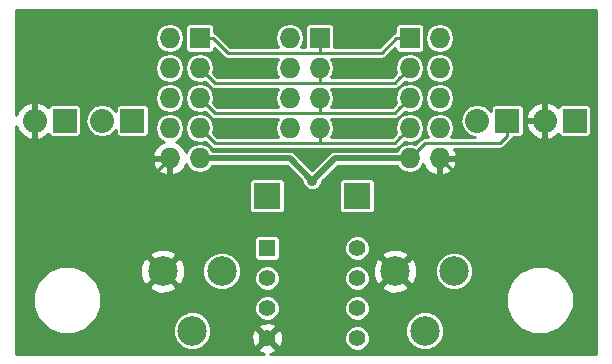
<source format=gbl>
%FSLAX46Y46*%
G04 Gerber Fmt 4.6, Leading zero omitted, Abs format (unit mm)*
G04 Created by KiCad (PCBNEW (2014-09-11 BZR 5128)-product) date do 25 sep 2014 05:14:31 CEST*
%MOMM*%
G01*
G04 APERTURE LIST*
%ADD10C,0.100000*%
%ADD11R,2.235200X2.235200*%
%ADD12R,1.397000X1.397000*%
%ADD13C,1.397000*%
%ADD14R,1.727200X1.727200*%
%ADD15O,1.727200X1.727200*%
%ADD16C,2.499360*%
%ADD17R,2.032000X2.032000*%
%ADD18O,2.032000X2.032000*%
%ADD19C,0.889000*%
%ADD20C,0.254000*%
%ADD21C,0.500000*%
G04 APERTURE END LIST*
D10*
D11*
X154305000Y-106680000D03*
D12*
X146685000Y-111125000D03*
D13*
X146685000Y-113665000D03*
X146685000Y-116205000D03*
X146685000Y-118745000D03*
X154305000Y-118745000D03*
X154305000Y-116205000D03*
X154305000Y-113665000D03*
X154305000Y-111125000D03*
D11*
X146685000Y-106680000D03*
D14*
X158750000Y-93345000D03*
D15*
X161290000Y-93345000D03*
X158750000Y-95885000D03*
X161290000Y-95885000D03*
X158750000Y-98425000D03*
X161290000Y-98425000D03*
X158750000Y-100965000D03*
X161290000Y-100965000D03*
X158750000Y-103505000D03*
X161290000Y-103505000D03*
D16*
X140335000Y-118110000D03*
X137835640Y-113070640D03*
X142834360Y-113070640D03*
X160020000Y-118110000D03*
X157520640Y-113070640D03*
X162519360Y-113070640D03*
D14*
X151130000Y-93345000D03*
D15*
X148590000Y-93345000D03*
X151130000Y-95885000D03*
X148590000Y-95885000D03*
X151130000Y-98425000D03*
X148590000Y-98425000D03*
X151130000Y-100965000D03*
X148590000Y-100965000D03*
D14*
X140970000Y-93345000D03*
D15*
X138430000Y-93345000D03*
X140970000Y-95885000D03*
X138430000Y-95885000D03*
X140970000Y-98425000D03*
X138430000Y-98425000D03*
X140970000Y-100965000D03*
X138430000Y-100965000D03*
X140970000Y-103505000D03*
X138430000Y-103505000D03*
D17*
X129540000Y-100330000D03*
D18*
X127000000Y-100330000D03*
D17*
X135255000Y-100330000D03*
D18*
X132715000Y-100330000D03*
D17*
X172720000Y-100330000D03*
D18*
X170180000Y-100330000D03*
D17*
X167005000Y-100330000D03*
D18*
X164465000Y-100330000D03*
D19*
X164084000Y-107442000D03*
X136398000Y-107442000D03*
X150495000Y-105410000D03*
D20*
X164084000Y-107442000D02*
X164084000Y-106299000D01*
X164084000Y-106299000D02*
X161290000Y-103505000D01*
X136398000Y-107442000D02*
X136398000Y-105537000D01*
X136398000Y-105537000D02*
X138430000Y-103505000D01*
X167005000Y-101600000D02*
X167005000Y-100330000D01*
X166395399Y-102209601D02*
X167005000Y-101600000D01*
X160045399Y-102209601D02*
X166395399Y-102209601D01*
X158750000Y-103505000D02*
X160045399Y-102209601D01*
D21*
X140970000Y-103505000D02*
X148590000Y-103505000D01*
X150495000Y-105410000D02*
X148590000Y-103505000D01*
X152400000Y-103505000D02*
X158750000Y-103505000D01*
X150495000Y-105410000D02*
X152400000Y-103505000D01*
D20*
X157632400Y-93345000D02*
X158750000Y-93345000D01*
X156387799Y-94589601D02*
X157632400Y-93345000D01*
X142087600Y-93345000D02*
X143332201Y-94589601D01*
X140970000Y-93345000D02*
X142087600Y-93345000D01*
X151130000Y-94545310D02*
X151174291Y-94589601D01*
X151130000Y-93345000D02*
X151130000Y-94545310D01*
X151174291Y-94589601D02*
X156387799Y-94589601D01*
X143332201Y-94589601D02*
X151174291Y-94589601D01*
X157886401Y-96748599D02*
X158750000Y-95885000D01*
X157480000Y-97155000D02*
X157886401Y-96748599D01*
X140970000Y-95885000D02*
X142240000Y-97155000D01*
X151108854Y-97127460D02*
X151108854Y-97155000D01*
X151130000Y-97106314D02*
X151108854Y-97127460D01*
X151130000Y-95885000D02*
X151130000Y-97106314D01*
X151108854Y-97155000D02*
X157480000Y-97155000D01*
X142240000Y-97155000D02*
X151108854Y-97155000D01*
X157480000Y-99695000D02*
X157886401Y-99288599D01*
X157886401Y-99288599D02*
X158750000Y-98425000D01*
X140970000Y-98425000D02*
X142240000Y-99695000D01*
X151130000Y-98425000D02*
X151130000Y-99673854D01*
X151108854Y-99695000D02*
X157480000Y-99695000D01*
X151130000Y-99673854D02*
X151108854Y-99695000D01*
X142240000Y-99695000D02*
X151108854Y-99695000D01*
X157886401Y-101828599D02*
X158750000Y-100965000D01*
X157480000Y-102235000D02*
X157886401Y-101828599D01*
X140970000Y-100965000D02*
X142240000Y-102235000D01*
X151178686Y-102235000D02*
X151207009Y-102235000D01*
X151130000Y-100965000D02*
X151130000Y-102186314D01*
X151130000Y-102186314D02*
X151178686Y-102235000D01*
X151207009Y-102235000D02*
X157480000Y-102235000D01*
X142240000Y-102235000D02*
X151207009Y-102235000D01*
G36*
X174569400Y-120069400D02*
X174117000Y-120069400D01*
X174117000Y-101421785D01*
X174117000Y-101270214D01*
X174117000Y-99238214D01*
X174058996Y-99098180D01*
X173951819Y-98991004D01*
X173811785Y-98933000D01*
X173660214Y-98933000D01*
X171628214Y-98933000D01*
X171488180Y-98991004D01*
X171381004Y-99098181D01*
X171339343Y-99198758D01*
X171148379Y-98992812D01*
X170562946Y-98724017D01*
X170307000Y-98842633D01*
X170307000Y-100203000D01*
X170327000Y-100203000D01*
X170327000Y-100457000D01*
X170307000Y-100457000D01*
X170307000Y-101817367D01*
X170562946Y-101935983D01*
X171148379Y-101667188D01*
X171339343Y-101461241D01*
X171381004Y-101561820D01*
X171488181Y-101668996D01*
X171628215Y-101727000D01*
X171779786Y-101727000D01*
X173811786Y-101727000D01*
X173951820Y-101668996D01*
X174058996Y-101561819D01*
X174117000Y-101421785D01*
X174117000Y-120069400D01*
X172632129Y-120069400D01*
X172632129Y-114929323D01*
X172194351Y-113869820D01*
X171384443Y-113058498D01*
X170325706Y-112618872D01*
X170053000Y-112618633D01*
X170053000Y-101817367D01*
X170053000Y-100457000D01*
X170053000Y-100203000D01*
X170053000Y-98842633D01*
X169797054Y-98724017D01*
X169211621Y-98992812D01*
X168773615Y-99465182D01*
X168574025Y-99947056D01*
X168693164Y-100203000D01*
X170053000Y-100203000D01*
X170053000Y-100457000D01*
X168693164Y-100457000D01*
X168574025Y-100712944D01*
X168773615Y-101194818D01*
X169211621Y-101667188D01*
X169797054Y-101935983D01*
X170053000Y-101817367D01*
X170053000Y-112618633D01*
X169179323Y-112617871D01*
X168402000Y-112939054D01*
X168402000Y-101421785D01*
X168402000Y-101270214D01*
X168402000Y-99238214D01*
X168343996Y-99098180D01*
X168236819Y-98991004D01*
X168096785Y-98933000D01*
X167945214Y-98933000D01*
X165913214Y-98933000D01*
X165773180Y-98991004D01*
X165666004Y-99098181D01*
X165608000Y-99238215D01*
X165608000Y-99389786D01*
X165608000Y-99533442D01*
X165480197Y-99342172D01*
X165026978Y-99039340D01*
X164492369Y-98933000D01*
X164437631Y-98933000D01*
X163903022Y-99039340D01*
X163449803Y-99342172D01*
X163146971Y-99795391D01*
X163040631Y-100330000D01*
X163146971Y-100864609D01*
X163449803Y-101317828D01*
X163903022Y-101620660D01*
X164309941Y-101701601D01*
X162282216Y-101701601D01*
X162439860Y-101465671D01*
X162534600Y-100989383D01*
X162534600Y-100940617D01*
X162534600Y-98449383D01*
X162534600Y-98400617D01*
X162534600Y-95909383D01*
X162534600Y-95860617D01*
X162534600Y-93369383D01*
X162534600Y-93320617D01*
X162439860Y-92844329D01*
X162170065Y-92440552D01*
X161766288Y-92170757D01*
X161290000Y-92076017D01*
X160813712Y-92170757D01*
X160409935Y-92440552D01*
X160140140Y-92844329D01*
X160045400Y-93320617D01*
X160045400Y-93369383D01*
X160140140Y-93845671D01*
X160409935Y-94249448D01*
X160813712Y-94519243D01*
X161290000Y-94613983D01*
X161766288Y-94519243D01*
X162170065Y-94249448D01*
X162439860Y-93845671D01*
X162534600Y-93369383D01*
X162534600Y-95860617D01*
X162439860Y-95384329D01*
X162170065Y-94980552D01*
X161766288Y-94710757D01*
X161290000Y-94616017D01*
X160813712Y-94710757D01*
X160409935Y-94980552D01*
X160140140Y-95384329D01*
X160045400Y-95860617D01*
X160045400Y-95909383D01*
X160140140Y-96385671D01*
X160409935Y-96789448D01*
X160813712Y-97059243D01*
X161290000Y-97153983D01*
X161766288Y-97059243D01*
X162170065Y-96789448D01*
X162439860Y-96385671D01*
X162534600Y-95909383D01*
X162534600Y-98400617D01*
X162439860Y-97924329D01*
X162170065Y-97520552D01*
X161766288Y-97250757D01*
X161290000Y-97156017D01*
X160813712Y-97250757D01*
X160409935Y-97520552D01*
X160140140Y-97924329D01*
X160045400Y-98400617D01*
X160045400Y-98449383D01*
X160140140Y-98925671D01*
X160409935Y-99329448D01*
X160813712Y-99599243D01*
X161290000Y-99693983D01*
X161766288Y-99599243D01*
X162170065Y-99329448D01*
X162439860Y-98925671D01*
X162534600Y-98449383D01*
X162534600Y-100940617D01*
X162439860Y-100464329D01*
X162170065Y-100060552D01*
X161766288Y-99790757D01*
X161290000Y-99696017D01*
X160813712Y-99790757D01*
X160409935Y-100060552D01*
X160140140Y-100464329D01*
X160045400Y-100940617D01*
X160045400Y-100989383D01*
X160140140Y-101465671D01*
X160297783Y-101701601D01*
X160045399Y-101701601D01*
X159994600Y-101711705D01*
X159994600Y-100989383D01*
X159994600Y-100940617D01*
X159899860Y-100464329D01*
X159630065Y-100060552D01*
X159226288Y-99790757D01*
X158750000Y-99696017D01*
X158273712Y-99790757D01*
X157869935Y-100060552D01*
X157600140Y-100464329D01*
X157505400Y-100940617D01*
X157505400Y-100989383D01*
X157588653Y-101407926D01*
X157527191Y-101469389D01*
X157269579Y-101727000D01*
X152105245Y-101727000D01*
X152279860Y-101465671D01*
X152374600Y-100989383D01*
X152374600Y-100940617D01*
X152279860Y-100464329D01*
X152105245Y-100203000D01*
X157480000Y-100203000D01*
X157674403Y-100164331D01*
X157839210Y-100054210D01*
X158245611Y-99647809D01*
X158290781Y-99602638D01*
X158750000Y-99693983D01*
X159226288Y-99599243D01*
X159630065Y-99329448D01*
X159899860Y-98925671D01*
X159994600Y-98449383D01*
X159994600Y-98400617D01*
X159899860Y-97924329D01*
X159630065Y-97520552D01*
X159226288Y-97250757D01*
X158750000Y-97156017D01*
X158273712Y-97250757D01*
X157869935Y-97520552D01*
X157600140Y-97924329D01*
X157505400Y-98400617D01*
X157505400Y-98449383D01*
X157588653Y-98867926D01*
X157527191Y-98929389D01*
X157269580Y-99187000D01*
X152105245Y-99187000D01*
X152279860Y-98925671D01*
X152374600Y-98449383D01*
X152374600Y-98400617D01*
X152279860Y-97924329D01*
X152105245Y-97663000D01*
X157480000Y-97663000D01*
X157674403Y-97624331D01*
X157839210Y-97514210D01*
X158245611Y-97107809D01*
X158290781Y-97062638D01*
X158750000Y-97153983D01*
X159226288Y-97059243D01*
X159630065Y-96789448D01*
X159899860Y-96385671D01*
X159994600Y-95909383D01*
X159994600Y-95860617D01*
X159899860Y-95384329D01*
X159630065Y-94980552D01*
X159226288Y-94710757D01*
X158750000Y-94616017D01*
X158273712Y-94710757D01*
X157869935Y-94980552D01*
X157600140Y-95384329D01*
X157505400Y-95860617D01*
X157505400Y-95909383D01*
X157588653Y-96327926D01*
X157527191Y-96389389D01*
X157269580Y-96647000D01*
X152105245Y-96647000D01*
X152279860Y-96385671D01*
X152374600Y-95909383D01*
X152374600Y-95860617D01*
X152279860Y-95384329D01*
X152088274Y-95097601D01*
X156387799Y-95097601D01*
X156582202Y-95058932D01*
X156747009Y-94948811D01*
X157505400Y-94190420D01*
X157505400Y-94284386D01*
X157563404Y-94424420D01*
X157670581Y-94531596D01*
X157810615Y-94589600D01*
X157962186Y-94589600D01*
X159689386Y-94589600D01*
X159829420Y-94531596D01*
X159936596Y-94424419D01*
X159994600Y-94284385D01*
X159994600Y-94132814D01*
X159994600Y-92405614D01*
X159936596Y-92265580D01*
X159829419Y-92158404D01*
X159689385Y-92100400D01*
X159537814Y-92100400D01*
X157810614Y-92100400D01*
X157670580Y-92158404D01*
X157563404Y-92265581D01*
X157505400Y-92405615D01*
X157505400Y-92557186D01*
X157505400Y-92862261D01*
X157437997Y-92875669D01*
X157273190Y-92985789D01*
X156177378Y-94081601D01*
X152374600Y-94081601D01*
X152374600Y-92405614D01*
X152316596Y-92265580D01*
X152209419Y-92158404D01*
X152069385Y-92100400D01*
X151917814Y-92100400D01*
X150190614Y-92100400D01*
X150050580Y-92158404D01*
X149943404Y-92265581D01*
X149885400Y-92405615D01*
X149885400Y-92557186D01*
X149885400Y-94081601D01*
X149582216Y-94081601D01*
X149739860Y-93845671D01*
X149834600Y-93369383D01*
X149834600Y-93320617D01*
X149739860Y-92844329D01*
X149470065Y-92440552D01*
X149066288Y-92170757D01*
X148590000Y-92076017D01*
X148113712Y-92170757D01*
X147709935Y-92440552D01*
X147440140Y-92844329D01*
X147345400Y-93320617D01*
X147345400Y-93369383D01*
X147440140Y-93845671D01*
X147597783Y-94081601D01*
X143542621Y-94081601D01*
X142446810Y-92985790D01*
X142282003Y-92875669D01*
X142214600Y-92862261D01*
X142214600Y-92405614D01*
X142156596Y-92265580D01*
X142049419Y-92158404D01*
X141909385Y-92100400D01*
X141757814Y-92100400D01*
X140030614Y-92100400D01*
X139890580Y-92158404D01*
X139783404Y-92265581D01*
X139725400Y-92405615D01*
X139725400Y-92557186D01*
X139725400Y-94284386D01*
X139783404Y-94424420D01*
X139890581Y-94531596D01*
X140030615Y-94589600D01*
X140182186Y-94589600D01*
X141909386Y-94589600D01*
X142049420Y-94531596D01*
X142156596Y-94424419D01*
X142214600Y-94284385D01*
X142214600Y-94190420D01*
X142972991Y-94948812D01*
X143137798Y-95058932D01*
X143332201Y-95097601D01*
X147631725Y-95097601D01*
X147440140Y-95384329D01*
X147345400Y-95860617D01*
X147345400Y-95909383D01*
X147440140Y-96385671D01*
X147614754Y-96647000D01*
X142450419Y-96647000D01*
X142131346Y-96327926D01*
X142214600Y-95909383D01*
X142214600Y-95860617D01*
X142119860Y-95384329D01*
X141850065Y-94980552D01*
X141446288Y-94710757D01*
X140970000Y-94616017D01*
X140493712Y-94710757D01*
X140089935Y-94980552D01*
X139820140Y-95384329D01*
X139725400Y-95860617D01*
X139725400Y-95909383D01*
X139820140Y-96385671D01*
X140089935Y-96789448D01*
X140493712Y-97059243D01*
X140970000Y-97153983D01*
X141429218Y-97062638D01*
X141880790Y-97514210D01*
X142045596Y-97624331D01*
X142045597Y-97624331D01*
X142077849Y-97630746D01*
X142240000Y-97663000D01*
X147614754Y-97663000D01*
X147440140Y-97924329D01*
X147345400Y-98400617D01*
X147345400Y-98449383D01*
X147440140Y-98925671D01*
X147614754Y-99187000D01*
X142450419Y-99187000D01*
X142131346Y-98867926D01*
X142214600Y-98449383D01*
X142214600Y-98400617D01*
X142119860Y-97924329D01*
X141850065Y-97520552D01*
X141446288Y-97250757D01*
X140970000Y-97156017D01*
X140493712Y-97250757D01*
X140089935Y-97520552D01*
X139820140Y-97924329D01*
X139725400Y-98400617D01*
X139725400Y-98449383D01*
X139820140Y-98925671D01*
X140089935Y-99329448D01*
X140493712Y-99599243D01*
X140970000Y-99693983D01*
X141429218Y-99602638D01*
X141880790Y-100054210D01*
X142045596Y-100164331D01*
X142045597Y-100164331D01*
X142077849Y-100170746D01*
X142240000Y-100203000D01*
X147614754Y-100203000D01*
X147440140Y-100464329D01*
X147345400Y-100940617D01*
X147345400Y-100989383D01*
X147440140Y-101465671D01*
X147614754Y-101727000D01*
X142450420Y-101727000D01*
X142131346Y-101407926D01*
X142214600Y-100989383D01*
X142214600Y-100940617D01*
X142119860Y-100464329D01*
X141850065Y-100060552D01*
X141446288Y-99790757D01*
X140970000Y-99696017D01*
X140493712Y-99790757D01*
X140089935Y-100060552D01*
X139820140Y-100464329D01*
X139725400Y-100940617D01*
X139725400Y-100989383D01*
X139820140Y-101465671D01*
X140089935Y-101869448D01*
X140493712Y-102139243D01*
X140970000Y-102233983D01*
X141429218Y-102142638D01*
X141880790Y-102594210D01*
X142045596Y-102704331D01*
X142045597Y-102704331D01*
X142077849Y-102710746D01*
X142240000Y-102743000D01*
X151178686Y-102743000D01*
X151207009Y-102743000D01*
X157480000Y-102743000D01*
X157674403Y-102704331D01*
X157839210Y-102594210D01*
X158245611Y-102187809D01*
X158290781Y-102142638D01*
X158750000Y-102233983D01*
X159226288Y-102139243D01*
X159630065Y-101869448D01*
X159899860Y-101465671D01*
X159994600Y-100989383D01*
X159994600Y-101711705D01*
X159850996Y-101740270D01*
X159686189Y-101850391D01*
X159209218Y-102327361D01*
X158750000Y-102236017D01*
X158273712Y-102330757D01*
X157869935Y-102600552D01*
X157687223Y-102874000D01*
X152400000Y-102874000D01*
X152158527Y-102922032D01*
X151953816Y-103058816D01*
X150495000Y-104517632D01*
X149036184Y-103058816D01*
X148831473Y-102922032D01*
X148590000Y-102874000D01*
X142032776Y-102874000D01*
X141850065Y-102600552D01*
X141446288Y-102330757D01*
X140970000Y-102236017D01*
X140493712Y-102330757D01*
X140089935Y-102600552D01*
X139820140Y-103004329D01*
X139819676Y-103006661D01*
X139636821Y-102616510D01*
X139204947Y-102222312D01*
X138943828Y-102114159D01*
X139310065Y-101869448D01*
X139579860Y-101465671D01*
X139674600Y-100989383D01*
X139674600Y-100940617D01*
X139674600Y-98449383D01*
X139674600Y-98400617D01*
X139674600Y-95909383D01*
X139674600Y-95860617D01*
X139674600Y-93369383D01*
X139674600Y-93320617D01*
X139579860Y-92844329D01*
X139310065Y-92440552D01*
X138906288Y-92170757D01*
X138430000Y-92076017D01*
X137953712Y-92170757D01*
X137549935Y-92440552D01*
X137280140Y-92844329D01*
X137185400Y-93320617D01*
X137185400Y-93369383D01*
X137280140Y-93845671D01*
X137549935Y-94249448D01*
X137953712Y-94519243D01*
X138430000Y-94613983D01*
X138906288Y-94519243D01*
X139310065Y-94249448D01*
X139579860Y-93845671D01*
X139674600Y-93369383D01*
X139674600Y-95860617D01*
X139579860Y-95384329D01*
X139310065Y-94980552D01*
X138906288Y-94710757D01*
X138430000Y-94616017D01*
X137953712Y-94710757D01*
X137549935Y-94980552D01*
X137280140Y-95384329D01*
X137185400Y-95860617D01*
X137185400Y-95909383D01*
X137280140Y-96385671D01*
X137549935Y-96789448D01*
X137953712Y-97059243D01*
X138430000Y-97153983D01*
X138906288Y-97059243D01*
X139310065Y-96789448D01*
X139579860Y-96385671D01*
X139674600Y-95909383D01*
X139674600Y-98400617D01*
X139579860Y-97924329D01*
X139310065Y-97520552D01*
X138906288Y-97250757D01*
X138430000Y-97156017D01*
X137953712Y-97250757D01*
X137549935Y-97520552D01*
X137280140Y-97924329D01*
X137185400Y-98400617D01*
X137185400Y-98449383D01*
X137280140Y-98925671D01*
X137549935Y-99329448D01*
X137953712Y-99599243D01*
X138430000Y-99693983D01*
X138906288Y-99599243D01*
X139310065Y-99329448D01*
X139579860Y-98925671D01*
X139674600Y-98449383D01*
X139674600Y-100940617D01*
X139579860Y-100464329D01*
X139310065Y-100060552D01*
X138906288Y-99790757D01*
X138430000Y-99696017D01*
X137953712Y-99790757D01*
X137549935Y-100060552D01*
X137280140Y-100464329D01*
X137185400Y-100940617D01*
X137185400Y-100989383D01*
X137280140Y-101465671D01*
X137549935Y-101869448D01*
X137916171Y-102114159D01*
X137655053Y-102222312D01*
X137223179Y-102616510D01*
X136975032Y-103145973D01*
X137095531Y-103378000D01*
X138303000Y-103378000D01*
X138303000Y-103358000D01*
X138557000Y-103358000D01*
X138557000Y-103378000D01*
X138577000Y-103378000D01*
X138577000Y-103632000D01*
X138557000Y-103632000D01*
X138557000Y-104838817D01*
X138789026Y-104959958D01*
X139204947Y-104787688D01*
X139636821Y-104393490D01*
X139819676Y-104003338D01*
X139820140Y-104005671D01*
X140089935Y-104409448D01*
X140493712Y-104679243D01*
X140970000Y-104773983D01*
X141446288Y-104679243D01*
X141850065Y-104409448D01*
X142032776Y-104136000D01*
X148328632Y-104136000D01*
X149669441Y-105476809D01*
X149669357Y-105573482D01*
X149794767Y-105876998D01*
X150026781Y-106109417D01*
X150330077Y-106235357D01*
X150658482Y-106235643D01*
X150961998Y-106110233D01*
X151194417Y-105878219D01*
X151320357Y-105574923D01*
X151320442Y-105476925D01*
X152661368Y-104136000D01*
X157687223Y-104136000D01*
X157869935Y-104409448D01*
X158273712Y-104679243D01*
X158750000Y-104773983D01*
X159226288Y-104679243D01*
X159630065Y-104409448D01*
X159899860Y-104005671D01*
X159900323Y-104003338D01*
X160083179Y-104393490D01*
X160515053Y-104787688D01*
X160930974Y-104959958D01*
X161163000Y-104838817D01*
X161163000Y-103632000D01*
X161143000Y-103632000D01*
X161143000Y-103378000D01*
X161163000Y-103378000D01*
X161163000Y-103358000D01*
X161417000Y-103358000D01*
X161417000Y-103378000D01*
X162624469Y-103378000D01*
X162744968Y-103145973D01*
X162544200Y-102717601D01*
X166395399Y-102717601D01*
X166589802Y-102678932D01*
X166754609Y-102568811D01*
X167364210Y-101959210D01*
X167474331Y-101794403D01*
X167487738Y-101727000D01*
X168096786Y-101727000D01*
X168236820Y-101668996D01*
X168343996Y-101561819D01*
X168402000Y-101421785D01*
X168402000Y-112939054D01*
X168119820Y-113055649D01*
X167308498Y-113865557D01*
X166868872Y-114924294D01*
X166867871Y-116070677D01*
X167305649Y-117130180D01*
X168115557Y-117941502D01*
X169174294Y-118381128D01*
X170320677Y-118382129D01*
X171380180Y-117944351D01*
X172191502Y-117134443D01*
X172631128Y-116075706D01*
X172632129Y-114929323D01*
X172632129Y-120069400D01*
X164150323Y-120069400D01*
X164150323Y-112747701D01*
X163902589Y-112148141D01*
X163444272Y-111689023D01*
X162845145Y-111440244D01*
X162744968Y-111440156D01*
X162744968Y-103864027D01*
X162624469Y-103632000D01*
X161417000Y-103632000D01*
X161417000Y-104838817D01*
X161649026Y-104959958D01*
X162064947Y-104787688D01*
X162496821Y-104393490D01*
X162744968Y-103864027D01*
X162744968Y-111440156D01*
X162196421Y-111439677D01*
X161596861Y-111687411D01*
X161137743Y-112145728D01*
X160888964Y-112744855D01*
X160888397Y-113393579D01*
X161136131Y-113993139D01*
X161594448Y-114452257D01*
X162193575Y-114701036D01*
X162842299Y-114701603D01*
X163441859Y-114453869D01*
X163900977Y-113995552D01*
X164149756Y-113396425D01*
X164150323Y-112747701D01*
X164150323Y-120069400D01*
X161650963Y-120069400D01*
X161650963Y-117787061D01*
X161403229Y-117187501D01*
X160944912Y-116728383D01*
X160345785Y-116479604D01*
X159697061Y-116479037D01*
X159414711Y-116595702D01*
X159414711Y-113394757D01*
X159394568Y-112645256D01*
X159146499Y-112046365D01*
X158853729Y-111917157D01*
X158674123Y-112096762D01*
X158674123Y-111737551D01*
X158544915Y-111444781D01*
X157844757Y-111176569D01*
X157095256Y-111196712D01*
X156496365Y-111444781D01*
X156367157Y-111737551D01*
X157520640Y-112891035D01*
X158674123Y-111737551D01*
X158674123Y-112096762D01*
X157700245Y-113070640D01*
X158853729Y-114224123D01*
X159146499Y-114094915D01*
X159414711Y-113394757D01*
X159414711Y-116595702D01*
X159097501Y-116726771D01*
X158674123Y-117149410D01*
X158674123Y-114403729D01*
X157520640Y-113250245D01*
X157341035Y-113429850D01*
X157341035Y-113070640D01*
X156187551Y-111917157D01*
X155894781Y-112046365D01*
X155803600Y-112284389D01*
X155803600Y-107873385D01*
X155803600Y-107721814D01*
X155803600Y-105486614D01*
X155745596Y-105346580D01*
X155638419Y-105239404D01*
X155498385Y-105181400D01*
X155346814Y-105181400D01*
X153111614Y-105181400D01*
X152971580Y-105239404D01*
X152864404Y-105346581D01*
X152806400Y-105486615D01*
X152806400Y-105638186D01*
X152806400Y-107873386D01*
X152864404Y-108013420D01*
X152971581Y-108120596D01*
X153111615Y-108178600D01*
X153263186Y-108178600D01*
X155498386Y-108178600D01*
X155638420Y-108120596D01*
X155745596Y-108013419D01*
X155803600Y-107873385D01*
X155803600Y-112284389D01*
X155626569Y-112746523D01*
X155646712Y-113496024D01*
X155894781Y-114094915D01*
X156187551Y-114224123D01*
X157341035Y-113070640D01*
X157341035Y-113429850D01*
X156367157Y-114403729D01*
X156496365Y-114696499D01*
X157196523Y-114964711D01*
X157946024Y-114944568D01*
X158544915Y-114696499D01*
X158674123Y-114403729D01*
X158674123Y-117149410D01*
X158638383Y-117185088D01*
X158389604Y-117784215D01*
X158389037Y-118432939D01*
X158636771Y-119032499D01*
X159095088Y-119491617D01*
X159694215Y-119740396D01*
X160342939Y-119740963D01*
X160942499Y-119493229D01*
X161401617Y-119034912D01*
X161650396Y-118435785D01*
X161650963Y-117787061D01*
X161650963Y-120069400D01*
X155384687Y-120069400D01*
X155384687Y-118531216D01*
X155384687Y-115991216D01*
X155384687Y-113451216D01*
X155384687Y-110911216D01*
X155220689Y-110514311D01*
X154917286Y-110210378D01*
X154520668Y-110045687D01*
X154091216Y-110045313D01*
X153694311Y-110209311D01*
X153390378Y-110512714D01*
X153225687Y-110909332D01*
X153225313Y-111338784D01*
X153389311Y-111735689D01*
X153692714Y-112039622D01*
X154089332Y-112204313D01*
X154518784Y-112204687D01*
X154915689Y-112040689D01*
X155219622Y-111737286D01*
X155384313Y-111340668D01*
X155384687Y-110911216D01*
X155384687Y-113451216D01*
X155220689Y-113054311D01*
X154917286Y-112750378D01*
X154520668Y-112585687D01*
X154091216Y-112585313D01*
X153694311Y-112749311D01*
X153390378Y-113052714D01*
X153225687Y-113449332D01*
X153225313Y-113878784D01*
X153389311Y-114275689D01*
X153692714Y-114579622D01*
X154089332Y-114744313D01*
X154518784Y-114744687D01*
X154915689Y-114580689D01*
X155219622Y-114277286D01*
X155384313Y-113880668D01*
X155384687Y-113451216D01*
X155384687Y-115991216D01*
X155220689Y-115594311D01*
X154917286Y-115290378D01*
X154520668Y-115125687D01*
X154091216Y-115125313D01*
X153694311Y-115289311D01*
X153390378Y-115592714D01*
X153225687Y-115989332D01*
X153225313Y-116418784D01*
X153389311Y-116815689D01*
X153692714Y-117119622D01*
X154089332Y-117284313D01*
X154518784Y-117284687D01*
X154915689Y-117120689D01*
X155219622Y-116817286D01*
X155384313Y-116420668D01*
X155384687Y-115991216D01*
X155384687Y-118531216D01*
X155220689Y-118134311D01*
X154917286Y-117830378D01*
X154520668Y-117665687D01*
X154091216Y-117665313D01*
X153694311Y-117829311D01*
X153390378Y-118132714D01*
X153225687Y-118529332D01*
X153225313Y-118958784D01*
X153389311Y-119355689D01*
X153692714Y-119659622D01*
X154089332Y-119824313D01*
X154518784Y-119824687D01*
X154915689Y-119660689D01*
X155219622Y-119357286D01*
X155384313Y-118960668D01*
X155384687Y-118531216D01*
X155384687Y-120069400D01*
X148183600Y-120069400D01*
X148183600Y-107873385D01*
X148183600Y-107721814D01*
X148183600Y-105486614D01*
X148125596Y-105346580D01*
X148018419Y-105239404D01*
X147878385Y-105181400D01*
X147726814Y-105181400D01*
X145491614Y-105181400D01*
X145351580Y-105239404D01*
X145244404Y-105346581D01*
X145186400Y-105486615D01*
X145186400Y-105638186D01*
X145186400Y-107873386D01*
X145244404Y-108013420D01*
X145351581Y-108120596D01*
X145491615Y-108178600D01*
X145643186Y-108178600D01*
X147878386Y-108178600D01*
X148018420Y-108120596D01*
X148125596Y-108013419D01*
X148183600Y-107873385D01*
X148183600Y-120069400D01*
X148030927Y-120069400D01*
X148030927Y-118937520D01*
X148002148Y-118407801D01*
X147854800Y-118052071D01*
X147764687Y-118028490D01*
X147764687Y-115991216D01*
X147764687Y-113451216D01*
X147764500Y-113450763D01*
X147764500Y-111899285D01*
X147764500Y-111747714D01*
X147764500Y-110350714D01*
X147706496Y-110210680D01*
X147599319Y-110103504D01*
X147459285Y-110045500D01*
X147307714Y-110045500D01*
X145910714Y-110045500D01*
X145770680Y-110103504D01*
X145663504Y-110210681D01*
X145605500Y-110350715D01*
X145605500Y-110502286D01*
X145605500Y-111899286D01*
X145663504Y-112039320D01*
X145770681Y-112146496D01*
X145910715Y-112204500D01*
X146062286Y-112204500D01*
X147459286Y-112204500D01*
X147599320Y-112146496D01*
X147706496Y-112039319D01*
X147764500Y-111899285D01*
X147764500Y-113450763D01*
X147600689Y-113054311D01*
X147297286Y-112750378D01*
X146900668Y-112585687D01*
X146471216Y-112585313D01*
X146074311Y-112749311D01*
X145770378Y-113052714D01*
X145605687Y-113449332D01*
X145605313Y-113878784D01*
X145769311Y-114275689D01*
X146072714Y-114579622D01*
X146469332Y-114744313D01*
X146898784Y-114744687D01*
X147295689Y-114580689D01*
X147599622Y-114277286D01*
X147764313Y-113880668D01*
X147764687Y-113451216D01*
X147764687Y-115991216D01*
X147600689Y-115594311D01*
X147297286Y-115290378D01*
X146900668Y-115125687D01*
X146471216Y-115125313D01*
X146074311Y-115289311D01*
X145770378Y-115592714D01*
X145605687Y-115989332D01*
X145605313Y-116418784D01*
X145769311Y-116815689D01*
X146072714Y-117119622D01*
X146469332Y-117284313D01*
X146898784Y-117284687D01*
X147295689Y-117120689D01*
X147599622Y-116817286D01*
X147764313Y-116420668D01*
X147764687Y-115991216D01*
X147764687Y-118028490D01*
X147619188Y-117990417D01*
X147439583Y-118170022D01*
X147439583Y-117810812D01*
X147377929Y-117575200D01*
X146877520Y-117399073D01*
X146347801Y-117427852D01*
X145992071Y-117575200D01*
X145930417Y-117810812D01*
X146685000Y-118565395D01*
X147439583Y-117810812D01*
X147439583Y-118170022D01*
X146864605Y-118745000D01*
X147619188Y-119499583D01*
X147854800Y-119437929D01*
X148030927Y-118937520D01*
X148030927Y-120069400D01*
X146888715Y-120069400D01*
X147022199Y-120062148D01*
X147377929Y-119914800D01*
X147439583Y-119679188D01*
X146685000Y-118924605D01*
X146505395Y-119104210D01*
X146505395Y-118745000D01*
X145750812Y-117990417D01*
X145515200Y-118052071D01*
X145339073Y-118552480D01*
X145367852Y-119082199D01*
X145515200Y-119437929D01*
X145750812Y-119499583D01*
X146505395Y-118745000D01*
X146505395Y-119104210D01*
X145930417Y-119679188D01*
X145992071Y-119914800D01*
X146431317Y-120069400D01*
X144465323Y-120069400D01*
X144465323Y-112747701D01*
X144217589Y-112148141D01*
X143759272Y-111689023D01*
X143160145Y-111440244D01*
X142511421Y-111439677D01*
X141911861Y-111687411D01*
X141452743Y-112145728D01*
X141203964Y-112744855D01*
X141203397Y-113393579D01*
X141451131Y-113993139D01*
X141909448Y-114452257D01*
X142508575Y-114701036D01*
X143157299Y-114701603D01*
X143756859Y-114453869D01*
X144215977Y-113995552D01*
X144464756Y-113396425D01*
X144465323Y-112747701D01*
X144465323Y-120069400D01*
X141965963Y-120069400D01*
X141965963Y-117787061D01*
X141718229Y-117187501D01*
X141259912Y-116728383D01*
X140660785Y-116479604D01*
X140012061Y-116479037D01*
X139729711Y-116595702D01*
X139729711Y-113394757D01*
X139709568Y-112645256D01*
X139461499Y-112046365D01*
X139168729Y-111917157D01*
X138989123Y-112096762D01*
X138989123Y-111737551D01*
X138859915Y-111444781D01*
X138303000Y-111231441D01*
X138303000Y-104838817D01*
X138303000Y-103632000D01*
X137095531Y-103632000D01*
X136975032Y-103864027D01*
X137223179Y-104393490D01*
X137655053Y-104787688D01*
X138070974Y-104959958D01*
X138303000Y-104838817D01*
X138303000Y-111231441D01*
X138159757Y-111176569D01*
X137410256Y-111196712D01*
X136811365Y-111444781D01*
X136682157Y-111737551D01*
X137835640Y-112891035D01*
X138989123Y-111737551D01*
X138989123Y-112096762D01*
X138015245Y-113070640D01*
X139168729Y-114224123D01*
X139461499Y-114094915D01*
X139729711Y-113394757D01*
X139729711Y-116595702D01*
X139412501Y-116726771D01*
X138989123Y-117149410D01*
X138989123Y-114403729D01*
X137835640Y-113250245D01*
X137656035Y-113429850D01*
X137656035Y-113070640D01*
X136652000Y-112066605D01*
X136652000Y-101421785D01*
X136652000Y-101270214D01*
X136652000Y-99238214D01*
X136593996Y-99098180D01*
X136486819Y-98991004D01*
X136346785Y-98933000D01*
X136195214Y-98933000D01*
X134163214Y-98933000D01*
X134023180Y-98991004D01*
X133916004Y-99098181D01*
X133858000Y-99238215D01*
X133858000Y-99389786D01*
X133858000Y-99533442D01*
X133730197Y-99342172D01*
X133276978Y-99039340D01*
X132742369Y-98933000D01*
X132687631Y-98933000D01*
X132153022Y-99039340D01*
X131699803Y-99342172D01*
X131396971Y-99795391D01*
X131290631Y-100330000D01*
X131396971Y-100864609D01*
X131699803Y-101317828D01*
X132153022Y-101620660D01*
X132687631Y-101727000D01*
X132742369Y-101727000D01*
X133276978Y-101620660D01*
X133730197Y-101317828D01*
X133858000Y-101126557D01*
X133858000Y-101421786D01*
X133916004Y-101561820D01*
X134023181Y-101668996D01*
X134163215Y-101727000D01*
X134314786Y-101727000D01*
X136346786Y-101727000D01*
X136486820Y-101668996D01*
X136593996Y-101561819D01*
X136652000Y-101421785D01*
X136652000Y-112066605D01*
X136502551Y-111917157D01*
X136209781Y-112046365D01*
X135941569Y-112746523D01*
X135961712Y-113496024D01*
X136209781Y-114094915D01*
X136502551Y-114224123D01*
X137656035Y-113070640D01*
X137656035Y-113429850D01*
X136682157Y-114403729D01*
X136811365Y-114696499D01*
X137511523Y-114964711D01*
X138261024Y-114944568D01*
X138859915Y-114696499D01*
X138989123Y-114403729D01*
X138989123Y-117149410D01*
X138953383Y-117185088D01*
X138704604Y-117784215D01*
X138704037Y-118432939D01*
X138951771Y-119032499D01*
X139410088Y-119491617D01*
X140009215Y-119740396D01*
X140657939Y-119740963D01*
X141257499Y-119493229D01*
X141716617Y-119034912D01*
X141965396Y-118435785D01*
X141965963Y-117787061D01*
X141965963Y-120069400D01*
X132632129Y-120069400D01*
X132632129Y-114929323D01*
X132194351Y-113869820D01*
X131384443Y-113058498D01*
X130937000Y-112872703D01*
X130937000Y-101421785D01*
X130937000Y-101270214D01*
X130937000Y-99238214D01*
X130878996Y-99098180D01*
X130771819Y-98991004D01*
X130631785Y-98933000D01*
X130480214Y-98933000D01*
X128448214Y-98933000D01*
X128308180Y-98991004D01*
X128201004Y-99098181D01*
X128159343Y-99198758D01*
X127968379Y-98992812D01*
X127382946Y-98724017D01*
X127127000Y-98842633D01*
X127127000Y-100203000D01*
X127147000Y-100203000D01*
X127147000Y-100457000D01*
X127127000Y-100457000D01*
X127127000Y-101817367D01*
X127382946Y-101935983D01*
X127968379Y-101667188D01*
X128159343Y-101461241D01*
X128201004Y-101561820D01*
X128308181Y-101668996D01*
X128448215Y-101727000D01*
X128599786Y-101727000D01*
X130631786Y-101727000D01*
X130771820Y-101668996D01*
X130878996Y-101561819D01*
X130937000Y-101421785D01*
X130937000Y-112872703D01*
X130325706Y-112618872D01*
X129179323Y-112617871D01*
X128119820Y-113055649D01*
X127308498Y-113865557D01*
X126868872Y-114924294D01*
X126867871Y-116070677D01*
X127305649Y-117130180D01*
X128115557Y-117941502D01*
X129174294Y-118381128D01*
X130320677Y-118382129D01*
X131380180Y-117944351D01*
X132191502Y-117134443D01*
X132631128Y-116075706D01*
X132632129Y-114929323D01*
X132632129Y-120069400D01*
X125430600Y-120069400D01*
X125430600Y-100801247D01*
X125593615Y-101194818D01*
X126031621Y-101667188D01*
X126617054Y-101935983D01*
X126873000Y-101817367D01*
X126873000Y-100457000D01*
X126853000Y-100457000D01*
X126853000Y-100203000D01*
X126873000Y-100203000D01*
X126873000Y-98842633D01*
X126617054Y-98724017D01*
X126031621Y-98992812D01*
X125593615Y-99465182D01*
X125430600Y-99858752D01*
X125430600Y-90930600D01*
X174569400Y-90930600D01*
X174569400Y-120069400D01*
X174569400Y-120069400D01*
G37*
X174569400Y-120069400D02*
X174117000Y-120069400D01*
X174117000Y-101421785D01*
X174117000Y-101270214D01*
X174117000Y-99238214D01*
X174058996Y-99098180D01*
X173951819Y-98991004D01*
X173811785Y-98933000D01*
X173660214Y-98933000D01*
X171628214Y-98933000D01*
X171488180Y-98991004D01*
X171381004Y-99098181D01*
X171339343Y-99198758D01*
X171148379Y-98992812D01*
X170562946Y-98724017D01*
X170307000Y-98842633D01*
X170307000Y-100203000D01*
X170327000Y-100203000D01*
X170327000Y-100457000D01*
X170307000Y-100457000D01*
X170307000Y-101817367D01*
X170562946Y-101935983D01*
X171148379Y-101667188D01*
X171339343Y-101461241D01*
X171381004Y-101561820D01*
X171488181Y-101668996D01*
X171628215Y-101727000D01*
X171779786Y-101727000D01*
X173811786Y-101727000D01*
X173951820Y-101668996D01*
X174058996Y-101561819D01*
X174117000Y-101421785D01*
X174117000Y-120069400D01*
X172632129Y-120069400D01*
X172632129Y-114929323D01*
X172194351Y-113869820D01*
X171384443Y-113058498D01*
X170325706Y-112618872D01*
X170053000Y-112618633D01*
X170053000Y-101817367D01*
X170053000Y-100457000D01*
X170053000Y-100203000D01*
X170053000Y-98842633D01*
X169797054Y-98724017D01*
X169211621Y-98992812D01*
X168773615Y-99465182D01*
X168574025Y-99947056D01*
X168693164Y-100203000D01*
X170053000Y-100203000D01*
X170053000Y-100457000D01*
X168693164Y-100457000D01*
X168574025Y-100712944D01*
X168773615Y-101194818D01*
X169211621Y-101667188D01*
X169797054Y-101935983D01*
X170053000Y-101817367D01*
X170053000Y-112618633D01*
X169179323Y-112617871D01*
X168402000Y-112939054D01*
X168402000Y-101421785D01*
X168402000Y-101270214D01*
X168402000Y-99238214D01*
X168343996Y-99098180D01*
X168236819Y-98991004D01*
X168096785Y-98933000D01*
X167945214Y-98933000D01*
X165913214Y-98933000D01*
X165773180Y-98991004D01*
X165666004Y-99098181D01*
X165608000Y-99238215D01*
X165608000Y-99389786D01*
X165608000Y-99533442D01*
X165480197Y-99342172D01*
X165026978Y-99039340D01*
X164492369Y-98933000D01*
X164437631Y-98933000D01*
X163903022Y-99039340D01*
X163449803Y-99342172D01*
X163146971Y-99795391D01*
X163040631Y-100330000D01*
X163146971Y-100864609D01*
X163449803Y-101317828D01*
X163903022Y-101620660D01*
X164309941Y-101701601D01*
X162282216Y-101701601D01*
X162439860Y-101465671D01*
X162534600Y-100989383D01*
X162534600Y-100940617D01*
X162534600Y-98449383D01*
X162534600Y-98400617D01*
X162534600Y-95909383D01*
X162534600Y-95860617D01*
X162534600Y-93369383D01*
X162534600Y-93320617D01*
X162439860Y-92844329D01*
X162170065Y-92440552D01*
X161766288Y-92170757D01*
X161290000Y-92076017D01*
X160813712Y-92170757D01*
X160409935Y-92440552D01*
X160140140Y-92844329D01*
X160045400Y-93320617D01*
X160045400Y-93369383D01*
X160140140Y-93845671D01*
X160409935Y-94249448D01*
X160813712Y-94519243D01*
X161290000Y-94613983D01*
X161766288Y-94519243D01*
X162170065Y-94249448D01*
X162439860Y-93845671D01*
X162534600Y-93369383D01*
X162534600Y-95860617D01*
X162439860Y-95384329D01*
X162170065Y-94980552D01*
X161766288Y-94710757D01*
X161290000Y-94616017D01*
X160813712Y-94710757D01*
X160409935Y-94980552D01*
X160140140Y-95384329D01*
X160045400Y-95860617D01*
X160045400Y-95909383D01*
X160140140Y-96385671D01*
X160409935Y-96789448D01*
X160813712Y-97059243D01*
X161290000Y-97153983D01*
X161766288Y-97059243D01*
X162170065Y-96789448D01*
X162439860Y-96385671D01*
X162534600Y-95909383D01*
X162534600Y-98400617D01*
X162439860Y-97924329D01*
X162170065Y-97520552D01*
X161766288Y-97250757D01*
X161290000Y-97156017D01*
X160813712Y-97250757D01*
X160409935Y-97520552D01*
X160140140Y-97924329D01*
X160045400Y-98400617D01*
X160045400Y-98449383D01*
X160140140Y-98925671D01*
X160409935Y-99329448D01*
X160813712Y-99599243D01*
X161290000Y-99693983D01*
X161766288Y-99599243D01*
X162170065Y-99329448D01*
X162439860Y-98925671D01*
X162534600Y-98449383D01*
X162534600Y-100940617D01*
X162439860Y-100464329D01*
X162170065Y-100060552D01*
X161766288Y-99790757D01*
X161290000Y-99696017D01*
X160813712Y-99790757D01*
X160409935Y-100060552D01*
X160140140Y-100464329D01*
X160045400Y-100940617D01*
X160045400Y-100989383D01*
X160140140Y-101465671D01*
X160297783Y-101701601D01*
X160045399Y-101701601D01*
X159994600Y-101711705D01*
X159994600Y-100989383D01*
X159994600Y-100940617D01*
X159899860Y-100464329D01*
X159630065Y-100060552D01*
X159226288Y-99790757D01*
X158750000Y-99696017D01*
X158273712Y-99790757D01*
X157869935Y-100060552D01*
X157600140Y-100464329D01*
X157505400Y-100940617D01*
X157505400Y-100989383D01*
X157588653Y-101407926D01*
X157527191Y-101469389D01*
X157269579Y-101727000D01*
X152105245Y-101727000D01*
X152279860Y-101465671D01*
X152374600Y-100989383D01*
X152374600Y-100940617D01*
X152279860Y-100464329D01*
X152105245Y-100203000D01*
X157480000Y-100203000D01*
X157674403Y-100164331D01*
X157839210Y-100054210D01*
X158245611Y-99647809D01*
X158290781Y-99602638D01*
X158750000Y-99693983D01*
X159226288Y-99599243D01*
X159630065Y-99329448D01*
X159899860Y-98925671D01*
X159994600Y-98449383D01*
X159994600Y-98400617D01*
X159899860Y-97924329D01*
X159630065Y-97520552D01*
X159226288Y-97250757D01*
X158750000Y-97156017D01*
X158273712Y-97250757D01*
X157869935Y-97520552D01*
X157600140Y-97924329D01*
X157505400Y-98400617D01*
X157505400Y-98449383D01*
X157588653Y-98867926D01*
X157527191Y-98929389D01*
X157269580Y-99187000D01*
X152105245Y-99187000D01*
X152279860Y-98925671D01*
X152374600Y-98449383D01*
X152374600Y-98400617D01*
X152279860Y-97924329D01*
X152105245Y-97663000D01*
X157480000Y-97663000D01*
X157674403Y-97624331D01*
X157839210Y-97514210D01*
X158245611Y-97107809D01*
X158290781Y-97062638D01*
X158750000Y-97153983D01*
X159226288Y-97059243D01*
X159630065Y-96789448D01*
X159899860Y-96385671D01*
X159994600Y-95909383D01*
X159994600Y-95860617D01*
X159899860Y-95384329D01*
X159630065Y-94980552D01*
X159226288Y-94710757D01*
X158750000Y-94616017D01*
X158273712Y-94710757D01*
X157869935Y-94980552D01*
X157600140Y-95384329D01*
X157505400Y-95860617D01*
X157505400Y-95909383D01*
X157588653Y-96327926D01*
X157527191Y-96389389D01*
X157269580Y-96647000D01*
X152105245Y-96647000D01*
X152279860Y-96385671D01*
X152374600Y-95909383D01*
X152374600Y-95860617D01*
X152279860Y-95384329D01*
X152088274Y-95097601D01*
X156387799Y-95097601D01*
X156582202Y-95058932D01*
X156747009Y-94948811D01*
X157505400Y-94190420D01*
X157505400Y-94284386D01*
X157563404Y-94424420D01*
X157670581Y-94531596D01*
X157810615Y-94589600D01*
X157962186Y-94589600D01*
X159689386Y-94589600D01*
X159829420Y-94531596D01*
X159936596Y-94424419D01*
X159994600Y-94284385D01*
X159994600Y-94132814D01*
X159994600Y-92405614D01*
X159936596Y-92265580D01*
X159829419Y-92158404D01*
X159689385Y-92100400D01*
X159537814Y-92100400D01*
X157810614Y-92100400D01*
X157670580Y-92158404D01*
X157563404Y-92265581D01*
X157505400Y-92405615D01*
X157505400Y-92557186D01*
X157505400Y-92862261D01*
X157437997Y-92875669D01*
X157273190Y-92985789D01*
X156177378Y-94081601D01*
X152374600Y-94081601D01*
X152374600Y-92405614D01*
X152316596Y-92265580D01*
X152209419Y-92158404D01*
X152069385Y-92100400D01*
X151917814Y-92100400D01*
X150190614Y-92100400D01*
X150050580Y-92158404D01*
X149943404Y-92265581D01*
X149885400Y-92405615D01*
X149885400Y-92557186D01*
X149885400Y-94081601D01*
X149582216Y-94081601D01*
X149739860Y-93845671D01*
X149834600Y-93369383D01*
X149834600Y-93320617D01*
X149739860Y-92844329D01*
X149470065Y-92440552D01*
X149066288Y-92170757D01*
X148590000Y-92076017D01*
X148113712Y-92170757D01*
X147709935Y-92440552D01*
X147440140Y-92844329D01*
X147345400Y-93320617D01*
X147345400Y-93369383D01*
X147440140Y-93845671D01*
X147597783Y-94081601D01*
X143542621Y-94081601D01*
X142446810Y-92985790D01*
X142282003Y-92875669D01*
X142214600Y-92862261D01*
X142214600Y-92405614D01*
X142156596Y-92265580D01*
X142049419Y-92158404D01*
X141909385Y-92100400D01*
X141757814Y-92100400D01*
X140030614Y-92100400D01*
X139890580Y-92158404D01*
X139783404Y-92265581D01*
X139725400Y-92405615D01*
X139725400Y-92557186D01*
X139725400Y-94284386D01*
X139783404Y-94424420D01*
X139890581Y-94531596D01*
X140030615Y-94589600D01*
X140182186Y-94589600D01*
X141909386Y-94589600D01*
X142049420Y-94531596D01*
X142156596Y-94424419D01*
X142214600Y-94284385D01*
X142214600Y-94190420D01*
X142972991Y-94948812D01*
X143137798Y-95058932D01*
X143332201Y-95097601D01*
X147631725Y-95097601D01*
X147440140Y-95384329D01*
X147345400Y-95860617D01*
X147345400Y-95909383D01*
X147440140Y-96385671D01*
X147614754Y-96647000D01*
X142450419Y-96647000D01*
X142131346Y-96327926D01*
X142214600Y-95909383D01*
X142214600Y-95860617D01*
X142119860Y-95384329D01*
X141850065Y-94980552D01*
X141446288Y-94710757D01*
X140970000Y-94616017D01*
X140493712Y-94710757D01*
X140089935Y-94980552D01*
X139820140Y-95384329D01*
X139725400Y-95860617D01*
X139725400Y-95909383D01*
X139820140Y-96385671D01*
X140089935Y-96789448D01*
X140493712Y-97059243D01*
X140970000Y-97153983D01*
X141429218Y-97062638D01*
X141880790Y-97514210D01*
X142045596Y-97624331D01*
X142045597Y-97624331D01*
X142077849Y-97630746D01*
X142240000Y-97663000D01*
X147614754Y-97663000D01*
X147440140Y-97924329D01*
X147345400Y-98400617D01*
X147345400Y-98449383D01*
X147440140Y-98925671D01*
X147614754Y-99187000D01*
X142450419Y-99187000D01*
X142131346Y-98867926D01*
X142214600Y-98449383D01*
X142214600Y-98400617D01*
X142119860Y-97924329D01*
X141850065Y-97520552D01*
X141446288Y-97250757D01*
X140970000Y-97156017D01*
X140493712Y-97250757D01*
X140089935Y-97520552D01*
X139820140Y-97924329D01*
X139725400Y-98400617D01*
X139725400Y-98449383D01*
X139820140Y-98925671D01*
X140089935Y-99329448D01*
X140493712Y-99599243D01*
X140970000Y-99693983D01*
X141429218Y-99602638D01*
X141880790Y-100054210D01*
X142045596Y-100164331D01*
X142045597Y-100164331D01*
X142077849Y-100170746D01*
X142240000Y-100203000D01*
X147614754Y-100203000D01*
X147440140Y-100464329D01*
X147345400Y-100940617D01*
X147345400Y-100989383D01*
X147440140Y-101465671D01*
X147614754Y-101727000D01*
X142450420Y-101727000D01*
X142131346Y-101407926D01*
X142214600Y-100989383D01*
X142214600Y-100940617D01*
X142119860Y-100464329D01*
X141850065Y-100060552D01*
X141446288Y-99790757D01*
X140970000Y-99696017D01*
X140493712Y-99790757D01*
X140089935Y-100060552D01*
X139820140Y-100464329D01*
X139725400Y-100940617D01*
X139725400Y-100989383D01*
X139820140Y-101465671D01*
X140089935Y-101869448D01*
X140493712Y-102139243D01*
X140970000Y-102233983D01*
X141429218Y-102142638D01*
X141880790Y-102594210D01*
X142045596Y-102704331D01*
X142045597Y-102704331D01*
X142077849Y-102710746D01*
X142240000Y-102743000D01*
X151178686Y-102743000D01*
X151207009Y-102743000D01*
X157480000Y-102743000D01*
X157674403Y-102704331D01*
X157839210Y-102594210D01*
X158245611Y-102187809D01*
X158290781Y-102142638D01*
X158750000Y-102233983D01*
X159226288Y-102139243D01*
X159630065Y-101869448D01*
X159899860Y-101465671D01*
X159994600Y-100989383D01*
X159994600Y-101711705D01*
X159850996Y-101740270D01*
X159686189Y-101850391D01*
X159209218Y-102327361D01*
X158750000Y-102236017D01*
X158273712Y-102330757D01*
X157869935Y-102600552D01*
X157687223Y-102874000D01*
X152400000Y-102874000D01*
X152158527Y-102922032D01*
X151953816Y-103058816D01*
X150495000Y-104517632D01*
X149036184Y-103058816D01*
X148831473Y-102922032D01*
X148590000Y-102874000D01*
X142032776Y-102874000D01*
X141850065Y-102600552D01*
X141446288Y-102330757D01*
X140970000Y-102236017D01*
X140493712Y-102330757D01*
X140089935Y-102600552D01*
X139820140Y-103004329D01*
X139819676Y-103006661D01*
X139636821Y-102616510D01*
X139204947Y-102222312D01*
X138943828Y-102114159D01*
X139310065Y-101869448D01*
X139579860Y-101465671D01*
X139674600Y-100989383D01*
X139674600Y-100940617D01*
X139674600Y-98449383D01*
X139674600Y-98400617D01*
X139674600Y-95909383D01*
X139674600Y-95860617D01*
X139674600Y-93369383D01*
X139674600Y-93320617D01*
X139579860Y-92844329D01*
X139310065Y-92440552D01*
X138906288Y-92170757D01*
X138430000Y-92076017D01*
X137953712Y-92170757D01*
X137549935Y-92440552D01*
X137280140Y-92844329D01*
X137185400Y-93320617D01*
X137185400Y-93369383D01*
X137280140Y-93845671D01*
X137549935Y-94249448D01*
X137953712Y-94519243D01*
X138430000Y-94613983D01*
X138906288Y-94519243D01*
X139310065Y-94249448D01*
X139579860Y-93845671D01*
X139674600Y-93369383D01*
X139674600Y-95860617D01*
X139579860Y-95384329D01*
X139310065Y-94980552D01*
X138906288Y-94710757D01*
X138430000Y-94616017D01*
X137953712Y-94710757D01*
X137549935Y-94980552D01*
X137280140Y-95384329D01*
X137185400Y-95860617D01*
X137185400Y-95909383D01*
X137280140Y-96385671D01*
X137549935Y-96789448D01*
X137953712Y-97059243D01*
X138430000Y-97153983D01*
X138906288Y-97059243D01*
X139310065Y-96789448D01*
X139579860Y-96385671D01*
X139674600Y-95909383D01*
X139674600Y-98400617D01*
X139579860Y-97924329D01*
X139310065Y-97520552D01*
X138906288Y-97250757D01*
X138430000Y-97156017D01*
X137953712Y-97250757D01*
X137549935Y-97520552D01*
X137280140Y-97924329D01*
X137185400Y-98400617D01*
X137185400Y-98449383D01*
X137280140Y-98925671D01*
X137549935Y-99329448D01*
X137953712Y-99599243D01*
X138430000Y-99693983D01*
X138906288Y-99599243D01*
X139310065Y-99329448D01*
X139579860Y-98925671D01*
X139674600Y-98449383D01*
X139674600Y-100940617D01*
X139579860Y-100464329D01*
X139310065Y-100060552D01*
X138906288Y-99790757D01*
X138430000Y-99696017D01*
X137953712Y-99790757D01*
X137549935Y-100060552D01*
X137280140Y-100464329D01*
X137185400Y-100940617D01*
X137185400Y-100989383D01*
X137280140Y-101465671D01*
X137549935Y-101869448D01*
X137916171Y-102114159D01*
X137655053Y-102222312D01*
X137223179Y-102616510D01*
X136975032Y-103145973D01*
X137095531Y-103378000D01*
X138303000Y-103378000D01*
X138303000Y-103358000D01*
X138557000Y-103358000D01*
X138557000Y-103378000D01*
X138577000Y-103378000D01*
X138577000Y-103632000D01*
X138557000Y-103632000D01*
X138557000Y-104838817D01*
X138789026Y-104959958D01*
X139204947Y-104787688D01*
X139636821Y-104393490D01*
X139819676Y-104003338D01*
X139820140Y-104005671D01*
X140089935Y-104409448D01*
X140493712Y-104679243D01*
X140970000Y-104773983D01*
X141446288Y-104679243D01*
X141850065Y-104409448D01*
X142032776Y-104136000D01*
X148328632Y-104136000D01*
X149669441Y-105476809D01*
X149669357Y-105573482D01*
X149794767Y-105876998D01*
X150026781Y-106109417D01*
X150330077Y-106235357D01*
X150658482Y-106235643D01*
X150961998Y-106110233D01*
X151194417Y-105878219D01*
X151320357Y-105574923D01*
X151320442Y-105476925D01*
X152661368Y-104136000D01*
X157687223Y-104136000D01*
X157869935Y-104409448D01*
X158273712Y-104679243D01*
X158750000Y-104773983D01*
X159226288Y-104679243D01*
X159630065Y-104409448D01*
X159899860Y-104005671D01*
X159900323Y-104003338D01*
X160083179Y-104393490D01*
X160515053Y-104787688D01*
X160930974Y-104959958D01*
X161163000Y-104838817D01*
X161163000Y-103632000D01*
X161143000Y-103632000D01*
X161143000Y-103378000D01*
X161163000Y-103378000D01*
X161163000Y-103358000D01*
X161417000Y-103358000D01*
X161417000Y-103378000D01*
X162624469Y-103378000D01*
X162744968Y-103145973D01*
X162544200Y-102717601D01*
X166395399Y-102717601D01*
X166589802Y-102678932D01*
X166754609Y-102568811D01*
X167364210Y-101959210D01*
X167474331Y-101794403D01*
X167487738Y-101727000D01*
X168096786Y-101727000D01*
X168236820Y-101668996D01*
X168343996Y-101561819D01*
X168402000Y-101421785D01*
X168402000Y-112939054D01*
X168119820Y-113055649D01*
X167308498Y-113865557D01*
X166868872Y-114924294D01*
X166867871Y-116070677D01*
X167305649Y-117130180D01*
X168115557Y-117941502D01*
X169174294Y-118381128D01*
X170320677Y-118382129D01*
X171380180Y-117944351D01*
X172191502Y-117134443D01*
X172631128Y-116075706D01*
X172632129Y-114929323D01*
X172632129Y-120069400D01*
X164150323Y-120069400D01*
X164150323Y-112747701D01*
X163902589Y-112148141D01*
X163444272Y-111689023D01*
X162845145Y-111440244D01*
X162744968Y-111440156D01*
X162744968Y-103864027D01*
X162624469Y-103632000D01*
X161417000Y-103632000D01*
X161417000Y-104838817D01*
X161649026Y-104959958D01*
X162064947Y-104787688D01*
X162496821Y-104393490D01*
X162744968Y-103864027D01*
X162744968Y-111440156D01*
X162196421Y-111439677D01*
X161596861Y-111687411D01*
X161137743Y-112145728D01*
X160888964Y-112744855D01*
X160888397Y-113393579D01*
X161136131Y-113993139D01*
X161594448Y-114452257D01*
X162193575Y-114701036D01*
X162842299Y-114701603D01*
X163441859Y-114453869D01*
X163900977Y-113995552D01*
X164149756Y-113396425D01*
X164150323Y-112747701D01*
X164150323Y-120069400D01*
X161650963Y-120069400D01*
X161650963Y-117787061D01*
X161403229Y-117187501D01*
X160944912Y-116728383D01*
X160345785Y-116479604D01*
X159697061Y-116479037D01*
X159414711Y-116595702D01*
X159414711Y-113394757D01*
X159394568Y-112645256D01*
X159146499Y-112046365D01*
X158853729Y-111917157D01*
X158674123Y-112096762D01*
X158674123Y-111737551D01*
X158544915Y-111444781D01*
X157844757Y-111176569D01*
X157095256Y-111196712D01*
X156496365Y-111444781D01*
X156367157Y-111737551D01*
X157520640Y-112891035D01*
X158674123Y-111737551D01*
X158674123Y-112096762D01*
X157700245Y-113070640D01*
X158853729Y-114224123D01*
X159146499Y-114094915D01*
X159414711Y-113394757D01*
X159414711Y-116595702D01*
X159097501Y-116726771D01*
X158674123Y-117149410D01*
X158674123Y-114403729D01*
X157520640Y-113250245D01*
X157341035Y-113429850D01*
X157341035Y-113070640D01*
X156187551Y-111917157D01*
X155894781Y-112046365D01*
X155803600Y-112284389D01*
X155803600Y-107873385D01*
X155803600Y-107721814D01*
X155803600Y-105486614D01*
X155745596Y-105346580D01*
X155638419Y-105239404D01*
X155498385Y-105181400D01*
X155346814Y-105181400D01*
X153111614Y-105181400D01*
X152971580Y-105239404D01*
X152864404Y-105346581D01*
X152806400Y-105486615D01*
X152806400Y-105638186D01*
X152806400Y-107873386D01*
X152864404Y-108013420D01*
X152971581Y-108120596D01*
X153111615Y-108178600D01*
X153263186Y-108178600D01*
X155498386Y-108178600D01*
X155638420Y-108120596D01*
X155745596Y-108013419D01*
X155803600Y-107873385D01*
X155803600Y-112284389D01*
X155626569Y-112746523D01*
X155646712Y-113496024D01*
X155894781Y-114094915D01*
X156187551Y-114224123D01*
X157341035Y-113070640D01*
X157341035Y-113429850D01*
X156367157Y-114403729D01*
X156496365Y-114696499D01*
X157196523Y-114964711D01*
X157946024Y-114944568D01*
X158544915Y-114696499D01*
X158674123Y-114403729D01*
X158674123Y-117149410D01*
X158638383Y-117185088D01*
X158389604Y-117784215D01*
X158389037Y-118432939D01*
X158636771Y-119032499D01*
X159095088Y-119491617D01*
X159694215Y-119740396D01*
X160342939Y-119740963D01*
X160942499Y-119493229D01*
X161401617Y-119034912D01*
X161650396Y-118435785D01*
X161650963Y-117787061D01*
X161650963Y-120069400D01*
X155384687Y-120069400D01*
X155384687Y-118531216D01*
X155384687Y-115991216D01*
X155384687Y-113451216D01*
X155384687Y-110911216D01*
X155220689Y-110514311D01*
X154917286Y-110210378D01*
X154520668Y-110045687D01*
X154091216Y-110045313D01*
X153694311Y-110209311D01*
X153390378Y-110512714D01*
X153225687Y-110909332D01*
X153225313Y-111338784D01*
X153389311Y-111735689D01*
X153692714Y-112039622D01*
X154089332Y-112204313D01*
X154518784Y-112204687D01*
X154915689Y-112040689D01*
X155219622Y-111737286D01*
X155384313Y-111340668D01*
X155384687Y-110911216D01*
X155384687Y-113451216D01*
X155220689Y-113054311D01*
X154917286Y-112750378D01*
X154520668Y-112585687D01*
X154091216Y-112585313D01*
X153694311Y-112749311D01*
X153390378Y-113052714D01*
X153225687Y-113449332D01*
X153225313Y-113878784D01*
X153389311Y-114275689D01*
X153692714Y-114579622D01*
X154089332Y-114744313D01*
X154518784Y-114744687D01*
X154915689Y-114580689D01*
X155219622Y-114277286D01*
X155384313Y-113880668D01*
X155384687Y-113451216D01*
X155384687Y-115991216D01*
X155220689Y-115594311D01*
X154917286Y-115290378D01*
X154520668Y-115125687D01*
X154091216Y-115125313D01*
X153694311Y-115289311D01*
X153390378Y-115592714D01*
X153225687Y-115989332D01*
X153225313Y-116418784D01*
X153389311Y-116815689D01*
X153692714Y-117119622D01*
X154089332Y-117284313D01*
X154518784Y-117284687D01*
X154915689Y-117120689D01*
X155219622Y-116817286D01*
X155384313Y-116420668D01*
X155384687Y-115991216D01*
X155384687Y-118531216D01*
X155220689Y-118134311D01*
X154917286Y-117830378D01*
X154520668Y-117665687D01*
X154091216Y-117665313D01*
X153694311Y-117829311D01*
X153390378Y-118132714D01*
X153225687Y-118529332D01*
X153225313Y-118958784D01*
X153389311Y-119355689D01*
X153692714Y-119659622D01*
X154089332Y-119824313D01*
X154518784Y-119824687D01*
X154915689Y-119660689D01*
X155219622Y-119357286D01*
X155384313Y-118960668D01*
X155384687Y-118531216D01*
X155384687Y-120069400D01*
X148183600Y-120069400D01*
X148183600Y-107873385D01*
X148183600Y-107721814D01*
X148183600Y-105486614D01*
X148125596Y-105346580D01*
X148018419Y-105239404D01*
X147878385Y-105181400D01*
X147726814Y-105181400D01*
X145491614Y-105181400D01*
X145351580Y-105239404D01*
X145244404Y-105346581D01*
X145186400Y-105486615D01*
X145186400Y-105638186D01*
X145186400Y-107873386D01*
X145244404Y-108013420D01*
X145351581Y-108120596D01*
X145491615Y-108178600D01*
X145643186Y-108178600D01*
X147878386Y-108178600D01*
X148018420Y-108120596D01*
X148125596Y-108013419D01*
X148183600Y-107873385D01*
X148183600Y-120069400D01*
X148030927Y-120069400D01*
X148030927Y-118937520D01*
X148002148Y-118407801D01*
X147854800Y-118052071D01*
X147764687Y-118028490D01*
X147764687Y-115991216D01*
X147764687Y-113451216D01*
X147764500Y-113450763D01*
X147764500Y-111899285D01*
X147764500Y-111747714D01*
X147764500Y-110350714D01*
X147706496Y-110210680D01*
X147599319Y-110103504D01*
X147459285Y-110045500D01*
X147307714Y-110045500D01*
X145910714Y-110045500D01*
X145770680Y-110103504D01*
X145663504Y-110210681D01*
X145605500Y-110350715D01*
X145605500Y-110502286D01*
X145605500Y-111899286D01*
X145663504Y-112039320D01*
X145770681Y-112146496D01*
X145910715Y-112204500D01*
X146062286Y-112204500D01*
X147459286Y-112204500D01*
X147599320Y-112146496D01*
X147706496Y-112039319D01*
X147764500Y-111899285D01*
X147764500Y-113450763D01*
X147600689Y-113054311D01*
X147297286Y-112750378D01*
X146900668Y-112585687D01*
X146471216Y-112585313D01*
X146074311Y-112749311D01*
X145770378Y-113052714D01*
X145605687Y-113449332D01*
X145605313Y-113878784D01*
X145769311Y-114275689D01*
X146072714Y-114579622D01*
X146469332Y-114744313D01*
X146898784Y-114744687D01*
X147295689Y-114580689D01*
X147599622Y-114277286D01*
X147764313Y-113880668D01*
X147764687Y-113451216D01*
X147764687Y-115991216D01*
X147600689Y-115594311D01*
X147297286Y-115290378D01*
X146900668Y-115125687D01*
X146471216Y-115125313D01*
X146074311Y-115289311D01*
X145770378Y-115592714D01*
X145605687Y-115989332D01*
X145605313Y-116418784D01*
X145769311Y-116815689D01*
X146072714Y-117119622D01*
X146469332Y-117284313D01*
X146898784Y-117284687D01*
X147295689Y-117120689D01*
X147599622Y-116817286D01*
X147764313Y-116420668D01*
X147764687Y-115991216D01*
X147764687Y-118028490D01*
X147619188Y-117990417D01*
X147439583Y-118170022D01*
X147439583Y-117810812D01*
X147377929Y-117575200D01*
X146877520Y-117399073D01*
X146347801Y-117427852D01*
X145992071Y-117575200D01*
X145930417Y-117810812D01*
X146685000Y-118565395D01*
X147439583Y-117810812D01*
X147439583Y-118170022D01*
X146864605Y-118745000D01*
X147619188Y-119499583D01*
X147854800Y-119437929D01*
X148030927Y-118937520D01*
X148030927Y-120069400D01*
X146888715Y-120069400D01*
X147022199Y-120062148D01*
X147377929Y-119914800D01*
X147439583Y-119679188D01*
X146685000Y-118924605D01*
X146505395Y-119104210D01*
X146505395Y-118745000D01*
X145750812Y-117990417D01*
X145515200Y-118052071D01*
X145339073Y-118552480D01*
X145367852Y-119082199D01*
X145515200Y-119437929D01*
X145750812Y-119499583D01*
X146505395Y-118745000D01*
X146505395Y-119104210D01*
X145930417Y-119679188D01*
X145992071Y-119914800D01*
X146431317Y-120069400D01*
X144465323Y-120069400D01*
X144465323Y-112747701D01*
X144217589Y-112148141D01*
X143759272Y-111689023D01*
X143160145Y-111440244D01*
X142511421Y-111439677D01*
X141911861Y-111687411D01*
X141452743Y-112145728D01*
X141203964Y-112744855D01*
X141203397Y-113393579D01*
X141451131Y-113993139D01*
X141909448Y-114452257D01*
X142508575Y-114701036D01*
X143157299Y-114701603D01*
X143756859Y-114453869D01*
X144215977Y-113995552D01*
X144464756Y-113396425D01*
X144465323Y-112747701D01*
X144465323Y-120069400D01*
X141965963Y-120069400D01*
X141965963Y-117787061D01*
X141718229Y-117187501D01*
X141259912Y-116728383D01*
X140660785Y-116479604D01*
X140012061Y-116479037D01*
X139729711Y-116595702D01*
X139729711Y-113394757D01*
X139709568Y-112645256D01*
X139461499Y-112046365D01*
X139168729Y-111917157D01*
X138989123Y-112096762D01*
X138989123Y-111737551D01*
X138859915Y-111444781D01*
X138303000Y-111231441D01*
X138303000Y-104838817D01*
X138303000Y-103632000D01*
X137095531Y-103632000D01*
X136975032Y-103864027D01*
X137223179Y-104393490D01*
X137655053Y-104787688D01*
X138070974Y-104959958D01*
X138303000Y-104838817D01*
X138303000Y-111231441D01*
X138159757Y-111176569D01*
X137410256Y-111196712D01*
X136811365Y-111444781D01*
X136682157Y-111737551D01*
X137835640Y-112891035D01*
X138989123Y-111737551D01*
X138989123Y-112096762D01*
X138015245Y-113070640D01*
X139168729Y-114224123D01*
X139461499Y-114094915D01*
X139729711Y-113394757D01*
X139729711Y-116595702D01*
X139412501Y-116726771D01*
X138989123Y-117149410D01*
X138989123Y-114403729D01*
X137835640Y-113250245D01*
X137656035Y-113429850D01*
X137656035Y-113070640D01*
X136652000Y-112066605D01*
X136652000Y-101421785D01*
X136652000Y-101270214D01*
X136652000Y-99238214D01*
X136593996Y-99098180D01*
X136486819Y-98991004D01*
X136346785Y-98933000D01*
X136195214Y-98933000D01*
X134163214Y-98933000D01*
X134023180Y-98991004D01*
X133916004Y-99098181D01*
X133858000Y-99238215D01*
X133858000Y-99389786D01*
X133858000Y-99533442D01*
X133730197Y-99342172D01*
X133276978Y-99039340D01*
X132742369Y-98933000D01*
X132687631Y-98933000D01*
X132153022Y-99039340D01*
X131699803Y-99342172D01*
X131396971Y-99795391D01*
X131290631Y-100330000D01*
X131396971Y-100864609D01*
X131699803Y-101317828D01*
X132153022Y-101620660D01*
X132687631Y-101727000D01*
X132742369Y-101727000D01*
X133276978Y-101620660D01*
X133730197Y-101317828D01*
X133858000Y-101126557D01*
X133858000Y-101421786D01*
X133916004Y-101561820D01*
X134023181Y-101668996D01*
X134163215Y-101727000D01*
X134314786Y-101727000D01*
X136346786Y-101727000D01*
X136486820Y-101668996D01*
X136593996Y-101561819D01*
X136652000Y-101421785D01*
X136652000Y-112066605D01*
X136502551Y-111917157D01*
X136209781Y-112046365D01*
X135941569Y-112746523D01*
X135961712Y-113496024D01*
X136209781Y-114094915D01*
X136502551Y-114224123D01*
X137656035Y-113070640D01*
X137656035Y-113429850D01*
X136682157Y-114403729D01*
X136811365Y-114696499D01*
X137511523Y-114964711D01*
X138261024Y-114944568D01*
X138859915Y-114696499D01*
X138989123Y-114403729D01*
X138989123Y-117149410D01*
X138953383Y-117185088D01*
X138704604Y-117784215D01*
X138704037Y-118432939D01*
X138951771Y-119032499D01*
X139410088Y-119491617D01*
X140009215Y-119740396D01*
X140657939Y-119740963D01*
X141257499Y-119493229D01*
X141716617Y-119034912D01*
X141965396Y-118435785D01*
X141965963Y-117787061D01*
X141965963Y-120069400D01*
X132632129Y-120069400D01*
X132632129Y-114929323D01*
X132194351Y-113869820D01*
X131384443Y-113058498D01*
X130937000Y-112872703D01*
X130937000Y-101421785D01*
X130937000Y-101270214D01*
X130937000Y-99238214D01*
X130878996Y-99098180D01*
X130771819Y-98991004D01*
X130631785Y-98933000D01*
X130480214Y-98933000D01*
X128448214Y-98933000D01*
X128308180Y-98991004D01*
X128201004Y-99098181D01*
X128159343Y-99198758D01*
X127968379Y-98992812D01*
X127382946Y-98724017D01*
X127127000Y-98842633D01*
X127127000Y-100203000D01*
X127147000Y-100203000D01*
X127147000Y-100457000D01*
X127127000Y-100457000D01*
X127127000Y-101817367D01*
X127382946Y-101935983D01*
X127968379Y-101667188D01*
X128159343Y-101461241D01*
X128201004Y-101561820D01*
X128308181Y-101668996D01*
X128448215Y-101727000D01*
X128599786Y-101727000D01*
X130631786Y-101727000D01*
X130771820Y-101668996D01*
X130878996Y-101561819D01*
X130937000Y-101421785D01*
X130937000Y-112872703D01*
X130325706Y-112618872D01*
X129179323Y-112617871D01*
X128119820Y-113055649D01*
X127308498Y-113865557D01*
X126868872Y-114924294D01*
X126867871Y-116070677D01*
X127305649Y-117130180D01*
X128115557Y-117941502D01*
X129174294Y-118381128D01*
X130320677Y-118382129D01*
X131380180Y-117944351D01*
X132191502Y-117134443D01*
X132631128Y-116075706D01*
X132632129Y-114929323D01*
X132632129Y-120069400D01*
X125430600Y-120069400D01*
X125430600Y-100801247D01*
X125593615Y-101194818D01*
X126031621Y-101667188D01*
X126617054Y-101935983D01*
X126873000Y-101817367D01*
X126873000Y-100457000D01*
X126853000Y-100457000D01*
X126853000Y-100203000D01*
X126873000Y-100203000D01*
X126873000Y-98842633D01*
X126617054Y-98724017D01*
X126031621Y-98992812D01*
X125593615Y-99465182D01*
X125430600Y-99858752D01*
X125430600Y-90930600D01*
X174569400Y-90930600D01*
X174569400Y-120069400D01*
M02*

</source>
